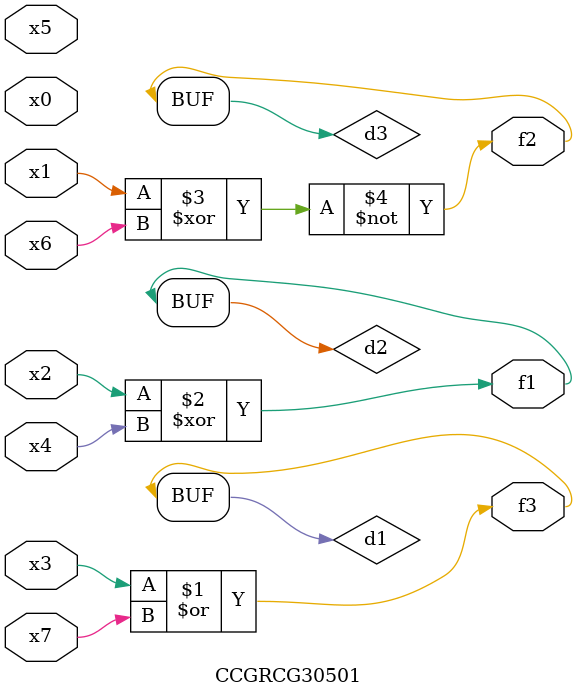
<source format=v>
module CCGRCG30501(
	input x0, x1, x2, x3, x4, x5, x6, x7,
	output f1, f2, f3
);

	wire d1, d2, d3;

	or (d1, x3, x7);
	xor (d2, x2, x4);
	xnor (d3, x1, x6);
	assign f1 = d2;
	assign f2 = d3;
	assign f3 = d1;
endmodule

</source>
